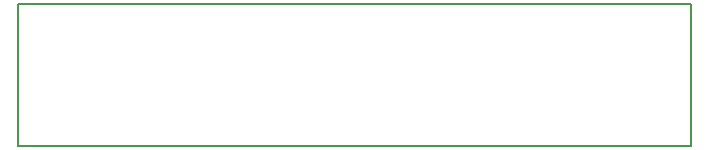
<source format=gbr>
G04 (created by PCBNEW (2013-03-19 BZR 4004)-stable) date 24/05/2013 23:59:16*
%MOIN*%
G04 Gerber Fmt 3.4, Leading zero omitted, Abs format*
%FSLAX34Y34*%
G01*
G70*
G90*
G04 APERTURE LIST*
%ADD10C,0.006*%
%ADD11C,0.00590551*%
G04 APERTURE END LIST*
G54D10*
G54D11*
X37401Y-37401D02*
X37401Y-42125D01*
X59842Y-37401D02*
X37401Y-37401D01*
X59842Y-42125D02*
X59842Y-37401D01*
X37401Y-42125D02*
X59842Y-42125D01*
M02*

</source>
